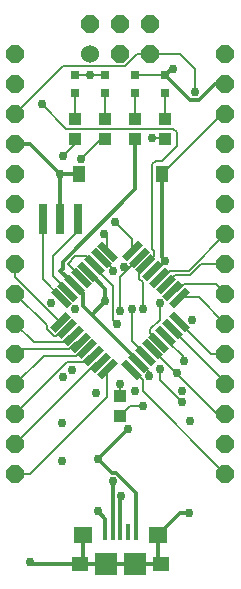
<source format=gbr>
G04 EAGLE Gerber RS-274X export*
G75*
%MOMM*%
%FSLAX34Y34*%
%LPD*%
%INTop Copper*%
%IPPOS*%
%AMOC8*
5,1,8,0,0,1.08239X$1,22.5*%
G01*
%ADD10C,1.524000*%
%ADD11P,1.649562X8X22.500000*%
%ADD12R,0.400000X1.350000*%
%ADD13R,1.600000X1.400000*%
%ADD14R,1.450000X1.300000*%
%ADD15R,1.900000X1.900000*%
%ADD16R,0.800000X0.800000*%
%ADD17R,0.800000X2.600000*%
%ADD18R,1.100000X1.000000*%
%ADD19R,1.000000X1.400000*%
%ADD20R,0.600000X1.905000*%
%ADD21R,1.905000X0.600000*%
%ADD22P,1.632244X8X292.500000*%
%ADD23P,1.632244X8X112.500000*%
%ADD24C,0.203200*%
%ADD25C,0.304800*%
%ADD26C,0.756400*%


D10*
X76200Y444500D03*
D11*
X101600Y444500D03*
X127000Y444500D03*
X76200Y469900D03*
X101600Y469900D03*
X127000Y469900D03*
D12*
X88600Y39450D03*
X95100Y39450D03*
X101600Y39450D03*
X108100Y39450D03*
X114600Y39450D03*
D13*
X69600Y37200D03*
X133600Y37200D03*
D14*
X135850Y12700D03*
X67350Y12700D03*
D15*
X89600Y12700D03*
X113600Y12700D03*
D16*
X114300Y426600D03*
X114300Y411600D03*
D17*
X65800Y304800D03*
X50800Y304800D03*
X35800Y304800D03*
D18*
X101600Y154550D03*
X101600Y137550D03*
X114300Y389500D03*
X114300Y372500D03*
X139700Y389500D03*
X139700Y372500D03*
X88900Y372500D03*
X88900Y389500D03*
X63500Y372500D03*
X63500Y389500D03*
D16*
X63500Y411600D03*
X63500Y426600D03*
D19*
X66600Y342900D03*
X136600Y342900D03*
D16*
X88900Y411600D03*
X88900Y426600D03*
D20*
G36*
X46131Y208486D02*
X41888Y212729D01*
X55357Y226198D01*
X59600Y221955D01*
X46131Y208486D01*
G37*
G36*
X51788Y202829D02*
X47545Y207072D01*
X61014Y220541D01*
X65257Y216298D01*
X51788Y202829D01*
G37*
G36*
X57445Y197172D02*
X53202Y201415D01*
X66671Y214884D01*
X70914Y210641D01*
X57445Y197172D01*
G37*
G36*
X63102Y191516D02*
X58859Y195759D01*
X72328Y209228D01*
X76571Y204985D01*
X63102Y191516D01*
G37*
G36*
X68759Y185859D02*
X64516Y190102D01*
X77985Y203571D01*
X82228Y199328D01*
X68759Y185859D01*
G37*
G36*
X74415Y180202D02*
X70172Y184445D01*
X83641Y197914D01*
X87884Y193671D01*
X74415Y180202D01*
G37*
G36*
X80072Y174545D02*
X75829Y178788D01*
X89298Y192257D01*
X93541Y188014D01*
X80072Y174545D01*
G37*
G36*
X85729Y168888D02*
X81486Y173131D01*
X94955Y186600D01*
X99198Y182357D01*
X85729Y168888D01*
G37*
G36*
X156120Y247058D02*
X160363Y242815D01*
X146894Y229346D01*
X142651Y233589D01*
X156120Y247058D01*
G37*
G36*
X141237Y235003D02*
X136994Y239246D01*
X150463Y252715D01*
X154706Y248472D01*
X141237Y235003D01*
G37*
G36*
X135580Y240659D02*
X131337Y244902D01*
X144806Y258371D01*
X149049Y254128D01*
X135580Y240659D01*
G37*
G36*
X129923Y246316D02*
X125680Y250559D01*
X139149Y264028D01*
X143392Y259785D01*
X129923Y246316D01*
G37*
G36*
X124266Y251973D02*
X120023Y256216D01*
X133492Y269685D01*
X137735Y265442D01*
X124266Y251973D01*
G37*
G36*
X118610Y257630D02*
X114367Y261873D01*
X127836Y275342D01*
X132079Y271099D01*
X118610Y257630D01*
G37*
G36*
X112953Y263287D02*
X108710Y267530D01*
X122179Y280999D01*
X126422Y276756D01*
X112953Y263287D01*
G37*
G36*
X107296Y268944D02*
X103053Y273187D01*
X116522Y286656D01*
X120765Y282413D01*
X107296Y268944D01*
G37*
D21*
G36*
X95662Y268590D02*
X82193Y282059D01*
X86436Y286302D01*
X99905Y272833D01*
X95662Y268590D01*
G37*
G36*
X90005Y262933D02*
X76536Y276402D01*
X80779Y280645D01*
X94248Y267176D01*
X90005Y262933D01*
G37*
G36*
X84349Y257277D02*
X70880Y270746D01*
X75123Y274989D01*
X88592Y261520D01*
X84349Y257277D01*
G37*
G36*
X78692Y251620D02*
X65223Y265089D01*
X69466Y269332D01*
X82935Y255863D01*
X78692Y251620D01*
G37*
G36*
X73035Y245963D02*
X59566Y259432D01*
X63809Y263675D01*
X77278Y250206D01*
X73035Y245963D01*
G37*
G36*
X67378Y240306D02*
X53909Y253775D01*
X58152Y258018D01*
X71621Y244549D01*
X67378Y240306D01*
G37*
G36*
X61721Y234649D02*
X48252Y248118D01*
X52495Y252361D01*
X65964Y238892D01*
X61721Y234649D01*
G37*
G36*
X56064Y228992D02*
X42595Y242461D01*
X46838Y246704D01*
X60307Y233235D01*
X56064Y228992D01*
G37*
G36*
X115815Y168535D02*
X102346Y182004D01*
X106589Y186247D01*
X120058Y172778D01*
X115815Y168535D01*
G37*
G36*
X121825Y174545D02*
X108356Y188014D01*
X112599Y192257D01*
X126068Y178788D01*
X121825Y174545D01*
G37*
G36*
X127482Y180202D02*
X114013Y193671D01*
X118256Y197914D01*
X131725Y184445D01*
X127482Y180202D01*
G37*
G36*
X133139Y185859D02*
X119670Y199328D01*
X123913Y203571D01*
X137382Y190102D01*
X133139Y185859D01*
G37*
G36*
X138796Y191516D02*
X125327Y204985D01*
X129570Y209228D01*
X143039Y195759D01*
X138796Y191516D01*
G37*
G36*
X144453Y197172D02*
X130984Y210641D01*
X135227Y214884D01*
X148696Y201415D01*
X144453Y197172D01*
G37*
G36*
X150109Y202829D02*
X136640Y216298D01*
X140883Y220541D01*
X154352Y207072D01*
X150109Y202829D01*
G37*
G36*
X156120Y208840D02*
X142651Y222309D01*
X146894Y226552D01*
X160363Y213083D01*
X156120Y208840D01*
G37*
D16*
X139700Y426600D03*
X139700Y411600D03*
D22*
X190500Y444500D03*
X190500Y419100D03*
X190500Y393700D03*
X190500Y368300D03*
X190500Y342900D03*
X190500Y317500D03*
X190500Y292100D03*
X190500Y266700D03*
X190500Y241300D03*
X190500Y215900D03*
X190500Y190500D03*
X190500Y165100D03*
X190500Y139700D03*
X190500Y114300D03*
X190500Y88900D03*
D23*
X12700Y88900D03*
X12700Y114300D03*
X12700Y139700D03*
X12700Y165100D03*
X12700Y190500D03*
X12700Y215900D03*
X12700Y241300D03*
X12700Y266700D03*
X12700Y292100D03*
X12700Y317500D03*
X12700Y342900D03*
X12700Y368300D03*
X12700Y393700D03*
X12700Y419100D03*
X12700Y444500D03*
D24*
X35800Y253499D02*
X51451Y237848D01*
X35800Y253499D02*
X35800Y304800D01*
X65800Y304800D02*
X65800Y294400D01*
X44450Y273050D01*
X44450Y256163D01*
X57108Y243505D01*
X68422Y254819D02*
X57150Y266091D01*
X57150Y266700D01*
X63500Y273050D01*
X72818Y273050D01*
X79736Y266133D01*
X114300Y426600D02*
X139700Y426600D01*
D25*
X181589Y419100D02*
X190500Y419100D01*
X181589Y419100D02*
X167929Y405440D01*
X160860Y405440D02*
X139700Y426600D01*
X160860Y405440D02*
X167929Y405440D01*
D26*
X25400Y13942D03*
D25*
X26642Y12700D01*
X67350Y12700D01*
X69600Y14950D02*
X69600Y37200D01*
X69600Y14950D02*
X67350Y12700D01*
X89600Y12700D01*
X113600Y12700D01*
X135850Y12700D01*
X133600Y14950D01*
X133600Y37200D01*
D26*
X50800Y342900D03*
D25*
X66600Y342900D01*
X50800Y342900D02*
X50800Y304800D01*
X50800Y342900D02*
X25400Y368300D01*
X12700Y368300D01*
D26*
X82550Y101600D03*
D25*
X94770Y89380D01*
X98079Y89380D01*
X114600Y72859D01*
X114600Y39450D01*
X82550Y101600D02*
X107950Y127000D01*
D26*
X107950Y127000D03*
D25*
X139700Y426600D02*
X144900Y431800D01*
X146050Y431800D01*
D26*
X146050Y431800D03*
D24*
X134938Y233363D02*
X134938Y219075D01*
X127000Y211138D01*
X127000Y207963D01*
X133350Y201613D01*
X134183Y200372D01*
X80963Y261938D02*
X80963Y265113D01*
X80963Y261938D02*
X95250Y247650D01*
X95250Y219075D01*
X98425Y215900D01*
X80963Y265113D02*
X79736Y266133D01*
D26*
X134938Y233363D03*
X98425Y215900D03*
D25*
X152280Y55880D02*
X133600Y37200D01*
X152280Y55880D02*
X160020Y55880D01*
D26*
X160020Y55880D03*
D24*
X139700Y389500D02*
X139700Y411600D01*
X88900Y411600D02*
X88900Y389500D01*
X63500Y389500D02*
X63500Y411600D01*
D26*
X52550Y132080D03*
X52749Y170808D03*
X68580Y355600D03*
D24*
X85480Y372500D01*
X88900Y372500D01*
D26*
X81280Y157480D03*
X60960Y176996D03*
X63020Y228443D03*
X43264Y233764D03*
X53340Y358140D03*
D24*
X63500Y368300D01*
X63500Y372500D01*
D26*
X52388Y100013D03*
X101600Y165100D03*
D24*
X101600Y154550D01*
D26*
X139700Y269335D03*
D24*
X131194Y260829D01*
X128879Y260829D01*
D25*
X139700Y269335D02*
X136600Y272435D01*
X136600Y342900D01*
D24*
X187400Y393700D01*
X190500Y393700D01*
X127000Y444500D02*
X115968Y444500D01*
X105808Y434340D01*
X53340Y434340D02*
X12700Y393700D01*
X53340Y434340D02*
X105808Y434340D01*
D26*
X165100Y412270D03*
D24*
X165100Y431800D01*
X152400Y444500D01*
X127000Y444500D01*
X120650Y250825D02*
X120650Y228600D01*
X120650Y250825D02*
X117475Y254000D01*
X117475Y260350D01*
X122238Y265113D01*
X123223Y266486D01*
X55563Y381000D02*
X34925Y401638D01*
X55563Y381000D02*
X146050Y381000D01*
X149225Y377825D01*
X149225Y366713D01*
X136525Y354013D01*
X131763Y354013D01*
X128588Y350838D01*
X128588Y279400D01*
X130175Y277813D01*
X130175Y273050D01*
X123825Y266700D01*
X123223Y266486D01*
D26*
X161925Y219075D03*
X120650Y228600D03*
X34925Y401638D03*
D24*
X101600Y255588D02*
X101600Y227013D01*
X109538Y263525D02*
X117475Y271463D01*
X109538Y263525D02*
X101600Y255588D01*
X117475Y271463D02*
X117566Y272143D01*
X109538Y263525D02*
X104775Y263525D01*
D26*
X160338Y133350D03*
X101600Y227013D03*
X104775Y263525D03*
X114300Y158750D03*
X153988Y158750D03*
D24*
X114300Y389500D02*
X114300Y411600D01*
X110100Y146050D02*
X101600Y137550D01*
X110100Y146050D02*
X120650Y146050D01*
D26*
X120650Y146050D03*
X125869Y171664D03*
D24*
X125869Y174744D01*
X117212Y183401D01*
D25*
X77282Y223332D01*
X69850Y230763D01*
X69850Y242077D02*
X62765Y249162D01*
X69850Y242077D02*
X69850Y230763D01*
X88900Y245654D02*
X74079Y260476D01*
X88900Y245654D02*
X88900Y234950D01*
X77282Y223332D01*
D26*
X88900Y234950D03*
D24*
X76200Y426600D02*
X63500Y426600D01*
X76200Y426600D02*
X88900Y426600D01*
D26*
X76200Y426600D03*
D25*
X53086Y262636D02*
X50800Y260350D01*
X53086Y262636D02*
X53086Y268383D01*
X114300Y329597D02*
X114300Y372500D01*
X114300Y329597D02*
X53086Y268383D01*
X50800Y260350D02*
X61988Y249162D01*
X62765Y249162D01*
D26*
X95250Y82550D03*
D25*
X95250Y39600D01*
X95100Y39450D01*
X101600Y39450D02*
X101600Y69850D01*
X102080Y69850D01*
D26*
X102080Y69850D03*
D24*
X140193Y249515D02*
X148034Y257356D01*
X160785Y257356D01*
X170129Y266700D02*
X190500Y266700D01*
X170129Y266700D02*
X160785Y257356D01*
X56401Y211685D02*
X52922Y211685D01*
X47182Y205946D01*
X45078Y205946D01*
X39348Y211676D01*
X39348Y214652D02*
X12700Y241300D01*
X39348Y214652D02*
X39348Y211676D01*
X134938Y168275D02*
X153988Y149225D01*
X134938Y168275D02*
X134938Y177800D01*
D26*
X153988Y149225D03*
X134938Y177800D03*
D24*
X134536Y255172D02*
X138015Y255172D01*
X143755Y260912D01*
X159312Y260912D02*
X190500Y292100D01*
X159312Y260912D02*
X143755Y260912D01*
X145850Y243859D02*
X149329Y243859D01*
X155069Y249598D01*
X182202Y249598D01*
X190500Y241300D01*
X168198Y238202D02*
X151507Y238202D01*
X168198Y238202D02*
X190500Y215900D01*
X178703Y190500D02*
X151507Y217696D01*
X178703Y190500D02*
X190500Y190500D01*
X190500Y166682D02*
X145496Y211685D01*
X190500Y166682D02*
X190500Y165100D01*
X141288Y201613D02*
X141288Y204788D01*
X141288Y201613D02*
X155575Y187325D01*
X155575Y184150D01*
X141288Y204788D02*
X139840Y206028D01*
D26*
X155575Y184150D03*
D24*
X122238Y190500D02*
X111125Y201613D01*
X111125Y228600D01*
X122238Y190500D02*
X122869Y189058D01*
D26*
X111125Y228600D03*
D24*
X79028Y189058D02*
X75549Y189058D01*
X69810Y183318D01*
X56318Y183318D02*
X12700Y139700D01*
X56318Y183318D02*
X69810Y183318D01*
X69893Y194715D02*
X73372Y194715D01*
X69893Y194715D02*
X64153Y188975D01*
X36575Y188975D02*
X12700Y165100D01*
X36575Y188975D02*
X64153Y188975D01*
X64236Y200372D02*
X67715Y200372D01*
X64236Y200372D02*
X58496Y194632D01*
X16832Y194632D02*
X12700Y190500D01*
X16832Y194632D02*
X58496Y194632D01*
X58579Y206028D02*
X62058Y206028D01*
X58579Y206028D02*
X52839Y200289D01*
X28311Y200289D01*
X12700Y215900D01*
X22780Y245306D02*
X50744Y217342D01*
X22780Y245306D02*
X22780Y245475D01*
X12700Y255555D02*
X12700Y266700D01*
X12700Y255555D02*
X22780Y245475D01*
X90488Y277813D02*
X90488Y288925D01*
X87313Y292100D01*
X90488Y277813D02*
X91049Y277446D01*
D26*
X87313Y292100D03*
D24*
X85725Y271463D02*
X95250Y261938D01*
X95250Y260350D01*
X85725Y271463D02*
X85392Y271789D01*
D26*
X95250Y260350D03*
D25*
X88600Y50500D02*
X88600Y39450D01*
X88600Y50500D02*
X88900Y50800D01*
X82550Y57150D01*
D26*
X82550Y57150D03*
D24*
X81801Y183401D02*
X84685Y183401D01*
X81801Y183401D02*
X12700Y114300D01*
X90342Y153842D02*
X90342Y177744D01*
X90342Y153842D02*
X25400Y88900D01*
X12700Y88900D01*
X111202Y177391D02*
X120650Y167942D01*
X120650Y158750D02*
X190500Y88900D01*
X120650Y158750D02*
X120650Y167942D01*
X128588Y373063D02*
X139700Y373063D01*
X139700Y372500D01*
D26*
X128588Y373063D03*
D24*
X111125Y287338D02*
X111125Y277813D01*
X111125Y287338D02*
X96838Y301625D01*
X111125Y277813D02*
X111909Y277800D01*
D26*
X96838Y301625D03*
D24*
X128526Y194715D02*
X148920Y174320D01*
X183541Y139700D01*
X190500Y139700D01*
X149119Y174519D02*
X148920Y174320D01*
D26*
X149119Y174519D03*
M02*

</source>
